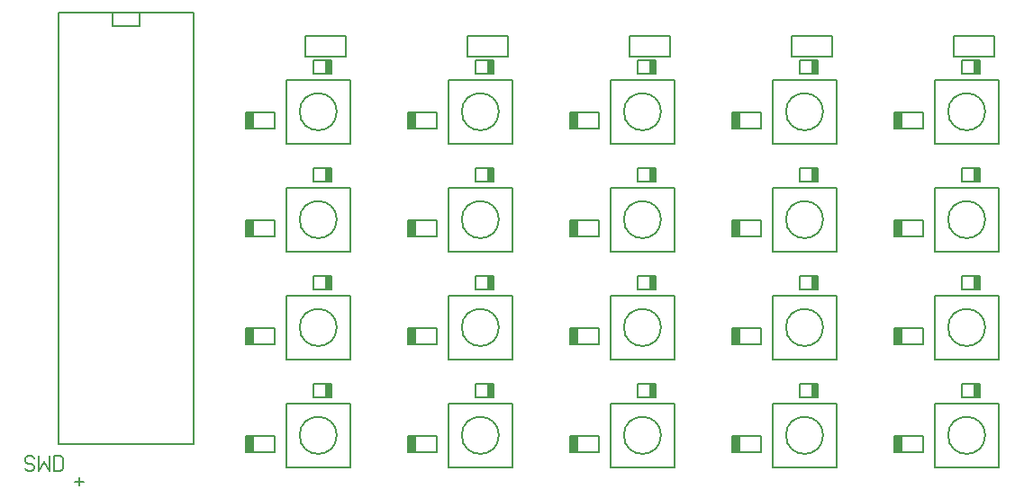
<source format=gto>
%FSLAX34Y34*%
%MOMM*%
%LNSILK_TOP*%
G71*
G01*
%ADD10C, 0.18*%
%ADD11C, 0.05*%
%ADD12C, 0.10*%
%ADD13C, 0.18*%
%LPD*%
G54D10*
X258000Y845125D02*
X318000Y845125D01*
X318000Y905125D01*
X258000Y905125D01*
X258000Y845125D01*
G54D10*
G75*
G01X305450Y875100D02*
G03X305450Y875100I-17450J0D01*
G01*
G54D10*
X219900Y874174D02*
X219900Y859074D01*
X246900Y859074D01*
X246900Y874174D01*
X219900Y874174D01*
G36*
X219900Y874174D02*
X219900Y859074D01*
X227000Y859074D01*
X227000Y874174D01*
X219900Y874174D01*
G37*
G54D11*
X219900Y874174D02*
X219900Y859074D01*
X227000Y859074D01*
X227000Y874174D01*
X219900Y874174D01*
G36*
X300121Y911225D02*
X300121Y923925D01*
X294521Y923925D01*
X294521Y911225D01*
X300121Y911225D01*
G37*
G54D12*
X300121Y911225D02*
X300121Y923925D01*
X294521Y923925D01*
X294521Y911225D01*
X300121Y911225D01*
G54D10*
X300121Y911225D02*
X300121Y923925D01*
X283421Y923925D01*
X283421Y911225D01*
X300121Y911225D01*
G54D10*
X258000Y743525D02*
X318000Y743525D01*
X318000Y803525D01*
X258000Y803525D01*
X258000Y743525D01*
G54D10*
G75*
G01X305450Y773525D02*
G03X305450Y773525I-17450J0D01*
G01*
G54D10*
X219900Y772574D02*
X219900Y757474D01*
X246900Y757474D01*
X246900Y772574D01*
X219900Y772574D01*
G36*
X219900Y772574D02*
X219900Y757474D01*
X227000Y757474D01*
X227000Y772574D01*
X219900Y772574D01*
G37*
G54D11*
X219900Y772574D02*
X219900Y757474D01*
X227000Y757474D01*
X227000Y772574D01*
X219900Y772574D01*
G36*
X300121Y809625D02*
X300121Y822325D01*
X294521Y822325D01*
X294521Y809625D01*
X300121Y809625D01*
G37*
G54D12*
X300121Y809625D02*
X300121Y822325D01*
X294521Y822325D01*
X294521Y809625D01*
X300121Y809625D01*
G54D10*
X300121Y809625D02*
X300121Y822325D01*
X283421Y822325D01*
X283421Y809625D01*
X300121Y809625D01*
G54D10*
X258000Y641925D02*
X318000Y641925D01*
X318000Y701925D01*
X258000Y701925D01*
X258000Y641925D01*
G54D10*
G75*
G01X305450Y671925D02*
G03X305450Y671925I-17450J0D01*
G01*
G54D10*
X219900Y670974D02*
X219900Y655874D01*
X246900Y655874D01*
X246900Y670974D01*
X219900Y670974D01*
G36*
X219900Y670974D02*
X219900Y655874D01*
X227000Y655874D01*
X227000Y670974D01*
X219900Y670974D01*
G37*
G54D11*
X219900Y670974D02*
X219900Y655874D01*
X227000Y655874D01*
X227000Y670974D01*
X219900Y670974D01*
G36*
X300121Y708025D02*
X300121Y720725D01*
X294521Y720725D01*
X294521Y708025D01*
X300121Y708025D01*
G37*
G54D12*
X300121Y708025D02*
X300121Y720725D01*
X294521Y720725D01*
X294521Y708025D01*
X300121Y708025D01*
G54D10*
X300121Y708025D02*
X300121Y720725D01*
X283421Y720725D01*
X283421Y708025D01*
X300121Y708025D01*
G54D10*
X258000Y540325D02*
X318000Y540325D01*
X318000Y600325D01*
X258000Y600325D01*
X258000Y540325D01*
G54D10*
G75*
G01X305450Y570325D02*
G03X305450Y570325I-17450J0D01*
G01*
G54D10*
X219900Y569374D02*
X219900Y554274D01*
X246900Y554274D01*
X246900Y569374D01*
X219900Y569374D01*
G36*
X219900Y569374D02*
X219900Y554274D01*
X227000Y554274D01*
X227000Y569374D01*
X219900Y569374D01*
G37*
G54D11*
X219900Y569374D02*
X219900Y554274D01*
X227000Y554274D01*
X227000Y569374D01*
X219900Y569374D01*
G36*
X300121Y606425D02*
X300121Y619125D01*
X294521Y619125D01*
X294521Y606425D01*
X300121Y606425D01*
G37*
G54D12*
X300121Y606425D02*
X300121Y619125D01*
X294521Y619125D01*
X294521Y606425D01*
X300121Y606425D01*
G54D10*
X300121Y606425D02*
X300121Y619125D01*
X283421Y619125D01*
X283421Y606425D01*
X300121Y606425D01*
G54D10*
X410400Y845125D02*
X470400Y845125D01*
X470400Y905125D01*
X410400Y905125D01*
X410400Y845125D01*
G54D10*
G75*
G01X457850Y875125D02*
G03X457850Y875125I-17450J0D01*
G01*
G54D10*
X372300Y874174D02*
X372300Y859074D01*
X399300Y859074D01*
X399300Y874174D01*
X372300Y874174D01*
G36*
X372300Y874174D02*
X372300Y859074D01*
X379400Y859074D01*
X379400Y874174D01*
X372300Y874174D01*
G37*
G54D11*
X372300Y874174D02*
X372300Y859074D01*
X379400Y859074D01*
X379400Y874174D01*
X372300Y874174D01*
G36*
X452521Y911225D02*
X452521Y923925D01*
X446921Y923925D01*
X446921Y911225D01*
X452521Y911225D01*
G37*
G54D12*
X452521Y911225D02*
X452521Y923925D01*
X446921Y923925D01*
X446921Y911225D01*
X452521Y911225D01*
G54D10*
X452521Y911225D02*
X452521Y923925D01*
X435821Y923925D01*
X435821Y911225D01*
X452521Y911225D01*
G54D10*
X410400Y743525D02*
X470400Y743525D01*
X470400Y803525D01*
X410400Y803525D01*
X410400Y743525D01*
G54D10*
G75*
G01X457850Y773525D02*
G03X457850Y773525I-17450J0D01*
G01*
G54D10*
X372300Y772574D02*
X372300Y757474D01*
X399300Y757474D01*
X399300Y772574D01*
X372300Y772574D01*
G36*
X372300Y772574D02*
X372300Y757474D01*
X379400Y757474D01*
X379400Y772574D01*
X372300Y772574D01*
G37*
G54D11*
X372300Y772574D02*
X372300Y757474D01*
X379400Y757474D01*
X379400Y772574D01*
X372300Y772574D01*
G36*
X452521Y809625D02*
X452521Y822325D01*
X446921Y822325D01*
X446921Y809625D01*
X452521Y809625D01*
G37*
G54D12*
X452521Y809625D02*
X452521Y822325D01*
X446921Y822325D01*
X446921Y809625D01*
X452521Y809625D01*
G54D10*
X452521Y809625D02*
X452521Y822325D01*
X435821Y822325D01*
X435821Y809625D01*
X452521Y809625D01*
G54D10*
X562800Y845125D02*
X622800Y845125D01*
X622800Y905125D01*
X562800Y905125D01*
X562800Y845125D01*
G54D10*
G75*
G01X610250Y875125D02*
G03X610250Y875125I-17450J0D01*
G01*
G54D10*
X524700Y874174D02*
X524700Y859074D01*
X551700Y859074D01*
X551700Y874174D01*
X524700Y874174D01*
G36*
X524700Y874174D02*
X524700Y859074D01*
X531800Y859074D01*
X531800Y874174D01*
X524700Y874174D01*
G37*
G54D11*
X524700Y874174D02*
X524700Y859074D01*
X531800Y859074D01*
X531800Y874174D01*
X524700Y874174D01*
G36*
X604921Y911225D02*
X604921Y923925D01*
X599321Y923925D01*
X599321Y911225D01*
X604921Y911225D01*
G37*
G54D12*
X604921Y911225D02*
X604921Y923925D01*
X599321Y923925D01*
X599321Y911225D01*
X604921Y911225D01*
G54D10*
X604921Y911225D02*
X604921Y923925D01*
X588221Y923925D01*
X588221Y911225D01*
X604921Y911225D01*
G54D10*
X562800Y743525D02*
X622800Y743525D01*
X622800Y803525D01*
X562800Y803525D01*
X562800Y743525D01*
G54D10*
G75*
G01X610250Y773525D02*
G03X610250Y773525I-17450J0D01*
G01*
G54D10*
X524700Y772574D02*
X524700Y757474D01*
X551700Y757474D01*
X551700Y772574D01*
X524700Y772574D01*
G36*
X524700Y772574D02*
X524700Y757474D01*
X531800Y757474D01*
X531800Y772574D01*
X524700Y772574D01*
G37*
G54D11*
X524700Y772574D02*
X524700Y757474D01*
X531800Y757474D01*
X531800Y772574D01*
X524700Y772574D01*
G36*
X604921Y809625D02*
X604921Y822325D01*
X599321Y822325D01*
X599321Y809625D01*
X604921Y809625D01*
G37*
G54D12*
X604921Y809625D02*
X604921Y822325D01*
X599321Y822325D01*
X599321Y809625D01*
X604921Y809625D01*
G54D10*
X604921Y809625D02*
X604921Y822325D01*
X588221Y822325D01*
X588221Y809625D01*
X604921Y809625D01*
G54D10*
X410400Y641925D02*
X470400Y641925D01*
X470400Y701925D01*
X410400Y701925D01*
X410400Y641925D01*
G54D10*
G75*
G01X457850Y671925D02*
G03X457850Y671925I-17450J0D01*
G01*
G54D10*
X372300Y670974D02*
X372300Y655874D01*
X399300Y655874D01*
X399300Y670974D01*
X372300Y670974D01*
G36*
X372300Y670974D02*
X372300Y655874D01*
X379400Y655874D01*
X379400Y670974D01*
X372300Y670974D01*
G37*
G54D11*
X372300Y670974D02*
X372300Y655874D01*
X379400Y655874D01*
X379400Y670974D01*
X372300Y670974D01*
G36*
X452521Y708025D02*
X452521Y720725D01*
X446921Y720725D01*
X446921Y708025D01*
X452521Y708025D01*
G37*
G54D12*
X452521Y708025D02*
X452521Y720725D01*
X446921Y720725D01*
X446921Y708025D01*
X452521Y708025D01*
G54D10*
X452521Y708025D02*
X452521Y720725D01*
X435821Y720725D01*
X435821Y708025D01*
X452521Y708025D01*
G54D10*
X410400Y540325D02*
X470400Y540325D01*
X470400Y600325D01*
X410400Y600325D01*
X410400Y540325D01*
G54D10*
G75*
G01X457850Y570325D02*
G03X457850Y570325I-17450J0D01*
G01*
G54D10*
X372300Y569374D02*
X372300Y554274D01*
X399300Y554274D01*
X399300Y569374D01*
X372300Y569374D01*
G36*
X372300Y569374D02*
X372300Y554274D01*
X379400Y554274D01*
X379400Y569374D01*
X372300Y569374D01*
G37*
G54D11*
X372300Y569374D02*
X372300Y554274D01*
X379400Y554274D01*
X379400Y569374D01*
X372300Y569374D01*
G36*
X452521Y606425D02*
X452521Y619125D01*
X446921Y619125D01*
X446921Y606425D01*
X452521Y606425D01*
G37*
G54D12*
X452521Y606425D02*
X452521Y619125D01*
X446921Y619125D01*
X446921Y606425D01*
X452521Y606425D01*
G54D10*
X452521Y606425D02*
X452521Y619125D01*
X435821Y619125D01*
X435821Y606425D01*
X452521Y606425D01*
G54D10*
X562800Y641925D02*
X622800Y641925D01*
X622800Y701925D01*
X562800Y701925D01*
X562800Y641925D01*
G54D10*
G75*
G01X610250Y671925D02*
G03X610250Y671925I-17450J0D01*
G01*
G54D10*
X524700Y670974D02*
X524700Y655874D01*
X551700Y655874D01*
X551700Y670974D01*
X524700Y670974D01*
G36*
X524700Y670974D02*
X524700Y655874D01*
X531800Y655874D01*
X531800Y670974D01*
X524700Y670974D01*
G37*
G54D11*
X524700Y670974D02*
X524700Y655874D01*
X531800Y655874D01*
X531800Y670974D01*
X524700Y670974D01*
G36*
X604921Y708025D02*
X604921Y720725D01*
X599321Y720725D01*
X599321Y708025D01*
X604921Y708025D01*
G37*
G54D12*
X604921Y708025D02*
X604921Y720725D01*
X599321Y720725D01*
X599321Y708025D01*
X604921Y708025D01*
G54D10*
X604921Y708025D02*
X604921Y720725D01*
X588221Y720725D01*
X588221Y708025D01*
X604921Y708025D01*
G54D10*
X562800Y540325D02*
X622800Y540325D01*
X622800Y600325D01*
X562800Y600325D01*
X562800Y540325D01*
G54D10*
G75*
G01X610250Y570325D02*
G03X610250Y570325I-17450J0D01*
G01*
G54D10*
X524700Y569374D02*
X524700Y554274D01*
X551700Y554274D01*
X551700Y569374D01*
X524700Y569374D01*
G36*
X524700Y569374D02*
X524700Y554274D01*
X531800Y554274D01*
X531800Y569374D01*
X524700Y569374D01*
G37*
G54D11*
X524700Y569374D02*
X524700Y554274D01*
X531800Y554274D01*
X531800Y569374D01*
X524700Y569374D01*
G36*
X604921Y606425D02*
X604921Y619125D01*
X599321Y619125D01*
X599321Y606425D01*
X604921Y606425D01*
G37*
G54D12*
X604921Y606425D02*
X604921Y619125D01*
X599321Y619125D01*
X599321Y606425D01*
X604921Y606425D01*
G54D10*
X604921Y606425D02*
X604921Y619125D01*
X588221Y619125D01*
X588221Y606425D01*
X604921Y606425D01*
G54D10*
X276300Y926625D02*
X276300Y946625D01*
X314300Y946625D01*
X314300Y926625D01*
X276300Y926625D01*
G54D10*
X428700Y926625D02*
X428700Y946625D01*
X466700Y946625D01*
X466700Y926625D01*
X428700Y926625D01*
G54D10*
X581100Y926625D02*
X581100Y946625D01*
X619100Y946625D01*
X619100Y926625D01*
X581100Y926625D01*
G54D10*
X715200Y845125D02*
X775200Y845125D01*
X775200Y905125D01*
X715200Y905125D01*
X715200Y845125D01*
G54D10*
G75*
G01X762650Y875125D02*
G03X762650Y875125I-17450J0D01*
G01*
G54D10*
X677100Y874174D02*
X677100Y859074D01*
X704100Y859074D01*
X704100Y874174D01*
X677100Y874174D01*
G36*
X677100Y874174D02*
X677100Y859074D01*
X684200Y859074D01*
X684200Y874174D01*
X677100Y874174D01*
G37*
G54D11*
X677100Y874174D02*
X677100Y859074D01*
X684200Y859074D01*
X684200Y874174D01*
X677100Y874174D01*
G36*
X757321Y911225D02*
X757321Y923925D01*
X751721Y923925D01*
X751721Y911225D01*
X757321Y911225D01*
G37*
G54D12*
X757321Y911225D02*
X757321Y923925D01*
X751721Y923925D01*
X751721Y911225D01*
X757321Y911225D01*
G54D10*
X757321Y911225D02*
X757321Y923925D01*
X740621Y923925D01*
X740621Y911225D01*
X757321Y911225D01*
G54D10*
X715200Y743525D02*
X775200Y743525D01*
X775200Y803525D01*
X715200Y803525D01*
X715200Y743525D01*
G54D10*
G75*
G01X762650Y773525D02*
G03X762650Y773525I-17450J0D01*
G01*
G54D10*
X677100Y772574D02*
X677100Y757474D01*
X704100Y757474D01*
X704100Y772574D01*
X677100Y772574D01*
G36*
X677100Y772574D02*
X677100Y757474D01*
X684200Y757474D01*
X684200Y772574D01*
X677100Y772574D01*
G37*
G54D11*
X677100Y772574D02*
X677100Y757474D01*
X684200Y757474D01*
X684200Y772574D01*
X677100Y772574D01*
G36*
X757321Y809625D02*
X757321Y822325D01*
X751721Y822325D01*
X751721Y809625D01*
X757321Y809625D01*
G37*
G54D12*
X757321Y809625D02*
X757321Y822325D01*
X751721Y822325D01*
X751721Y809625D01*
X757321Y809625D01*
G54D10*
X757321Y809625D02*
X757321Y822325D01*
X740621Y822325D01*
X740621Y809625D01*
X757321Y809625D01*
G54D10*
X867600Y845125D02*
X927600Y845125D01*
X927600Y905125D01*
X867600Y905125D01*
X867600Y845125D01*
G54D10*
G75*
G01X915050Y875125D02*
G03X915050Y875125I-17450J0D01*
G01*
G54D10*
X829500Y874174D02*
X829500Y859074D01*
X856500Y859074D01*
X856500Y874174D01*
X829500Y874174D01*
G36*
X829500Y874174D02*
X829500Y859074D01*
X836600Y859074D01*
X836600Y874174D01*
X829500Y874174D01*
G37*
G54D11*
X829500Y874174D02*
X829500Y859074D01*
X836600Y859074D01*
X836600Y874174D01*
X829500Y874174D01*
G36*
X909721Y911225D02*
X909721Y923925D01*
X904121Y923925D01*
X904121Y911225D01*
X909721Y911225D01*
G37*
G54D12*
X909721Y911225D02*
X909721Y923925D01*
X904121Y923925D01*
X904121Y911225D01*
X909721Y911225D01*
G54D10*
X909721Y911225D02*
X909721Y923925D01*
X893021Y923925D01*
X893021Y911225D01*
X909721Y911225D01*
G54D10*
X867600Y743525D02*
X927600Y743525D01*
X927600Y803525D01*
X867600Y803525D01*
X867600Y743525D01*
G54D10*
G75*
G01X915050Y773525D02*
G03X915050Y773525I-17450J0D01*
G01*
G54D10*
X829500Y772574D02*
X829500Y757474D01*
X856500Y757474D01*
X856500Y772574D01*
X829500Y772574D01*
G36*
X829500Y772574D02*
X829500Y757474D01*
X836600Y757474D01*
X836600Y772574D01*
X829500Y772574D01*
G37*
G54D11*
X829500Y772574D02*
X829500Y757474D01*
X836600Y757474D01*
X836600Y772574D01*
X829500Y772574D01*
G36*
X909721Y809625D02*
X909721Y822325D01*
X904121Y822325D01*
X904121Y809625D01*
X909721Y809625D01*
G37*
G54D12*
X909721Y809625D02*
X909721Y822325D01*
X904121Y822325D01*
X904121Y809625D01*
X909721Y809625D01*
G54D10*
X909721Y809625D02*
X909721Y822325D01*
X893021Y822325D01*
X893021Y809625D01*
X909721Y809625D01*
G54D10*
X715200Y641925D02*
X775200Y641925D01*
X775200Y701925D01*
X715200Y701925D01*
X715200Y641925D01*
G54D10*
G75*
G01X762650Y671925D02*
G03X762650Y671925I-17450J0D01*
G01*
G54D10*
X677100Y670974D02*
X677100Y655874D01*
X704100Y655874D01*
X704100Y670974D01*
X677100Y670974D01*
G36*
X677100Y670974D02*
X677100Y655874D01*
X684200Y655874D01*
X684200Y670974D01*
X677100Y670974D01*
G37*
G54D11*
X677100Y670974D02*
X677100Y655874D01*
X684200Y655874D01*
X684200Y670974D01*
X677100Y670974D01*
G36*
X757321Y708025D02*
X757321Y720725D01*
X751721Y720725D01*
X751721Y708025D01*
X757321Y708025D01*
G37*
G54D12*
X757321Y708025D02*
X757321Y720725D01*
X751721Y720725D01*
X751721Y708025D01*
X757321Y708025D01*
G54D10*
X757321Y708025D02*
X757321Y720725D01*
X740621Y720725D01*
X740621Y708025D01*
X757321Y708025D01*
G54D10*
X715200Y540325D02*
X775200Y540325D01*
X775200Y600325D01*
X715200Y600325D01*
X715200Y540325D01*
G54D10*
G75*
G01X762650Y570325D02*
G03X762650Y570325I-17450J0D01*
G01*
G54D10*
X677100Y569374D02*
X677100Y554274D01*
X704100Y554274D01*
X704100Y569374D01*
X677100Y569374D01*
G36*
X677100Y569374D02*
X677100Y554274D01*
X684200Y554274D01*
X684200Y569374D01*
X677100Y569374D01*
G37*
G54D11*
X677100Y569374D02*
X677100Y554274D01*
X684200Y554274D01*
X684200Y569374D01*
X677100Y569374D01*
G36*
X757321Y606425D02*
X757321Y619125D01*
X751721Y619125D01*
X751721Y606425D01*
X757321Y606425D01*
G37*
G54D12*
X757321Y606425D02*
X757321Y619125D01*
X751721Y619125D01*
X751721Y606425D01*
X757321Y606425D01*
G54D10*
X757321Y606425D02*
X757321Y619125D01*
X740621Y619125D01*
X740621Y606425D01*
X757321Y606425D01*
G54D10*
X867600Y641925D02*
X927600Y641925D01*
X927600Y701925D01*
X867600Y701925D01*
X867600Y641925D01*
G54D10*
G75*
G01X915050Y671925D02*
G03X915050Y671925I-17450J0D01*
G01*
G54D10*
X829500Y670974D02*
X829500Y655874D01*
X856500Y655874D01*
X856500Y670974D01*
X829500Y670974D01*
G36*
X829500Y670974D02*
X829500Y655874D01*
X836600Y655874D01*
X836600Y670974D01*
X829500Y670974D01*
G37*
G54D11*
X829500Y670974D02*
X829500Y655874D01*
X836600Y655874D01*
X836600Y670974D01*
X829500Y670974D01*
G36*
X909721Y708025D02*
X909721Y720725D01*
X904121Y720725D01*
X904121Y708025D01*
X909721Y708025D01*
G37*
G54D12*
X909721Y708025D02*
X909721Y720725D01*
X904121Y720725D01*
X904121Y708025D01*
X909721Y708025D01*
G54D10*
X909721Y708025D02*
X909721Y720725D01*
X893021Y720725D01*
X893021Y708025D01*
X909721Y708025D01*
G54D10*
X867600Y540325D02*
X927600Y540325D01*
X927600Y600325D01*
X867600Y600325D01*
X867600Y540325D01*
G54D10*
G75*
G01X915050Y570325D02*
G03X915050Y570325I-17450J0D01*
G01*
G54D10*
X829500Y569374D02*
X829500Y554274D01*
X856500Y554274D01*
X856500Y569374D01*
X829500Y569374D01*
G36*
X829500Y569374D02*
X829500Y554274D01*
X836600Y554274D01*
X836600Y569374D01*
X829500Y569374D01*
G37*
G54D11*
X829500Y569374D02*
X829500Y554274D01*
X836600Y554274D01*
X836600Y569374D01*
X829500Y569374D01*
G36*
X909721Y606425D02*
X909721Y619125D01*
X904121Y619125D01*
X904121Y606425D01*
X909721Y606425D01*
G37*
G54D12*
X909721Y606425D02*
X909721Y619125D01*
X904121Y619125D01*
X904121Y606425D01*
X909721Y606425D01*
G54D10*
X909721Y606425D02*
X909721Y619125D01*
X893021Y619125D01*
X893021Y606425D01*
X909721Y606425D01*
G54D10*
X733500Y926625D02*
X733500Y946625D01*
X771500Y946625D01*
X771500Y926625D01*
X733500Y926625D01*
G54D10*
X885900Y926625D02*
X885900Y946625D01*
X923900Y946625D01*
X923900Y926625D01*
X885900Y926625D01*
G54D10*
X170508Y968642D02*
X43508Y968642D01*
X43508Y562242D01*
X170508Y562242D01*
X170508Y968642D01*
G54D10*
X119708Y968642D02*
X94308Y968642D01*
X94308Y955942D01*
X119708Y955942D01*
X119708Y968642D01*
G54D13*
X12700Y539242D02*
X13767Y537464D01*
X15900Y536575D01*
X18033Y536575D01*
X20167Y537464D01*
X21233Y539242D01*
X21233Y541019D01*
X20167Y542797D01*
X18033Y543686D01*
X15900Y543686D01*
X13767Y544575D01*
X12700Y546353D01*
X12700Y548131D01*
X13767Y549908D01*
X15900Y550797D01*
X18033Y550797D01*
X20167Y549908D01*
X21233Y548131D01*
G54D13*
X25144Y550797D02*
X25144Y536575D01*
X30477Y545464D01*
X35811Y536575D01*
X35811Y550797D01*
G54D13*
X39722Y536575D02*
X39722Y550797D01*
X45055Y550797D01*
X47189Y549908D01*
X48255Y548131D01*
X48255Y539242D01*
X47189Y537464D01*
X45055Y536575D01*
X39722Y536575D01*
G54D13*
X58957Y526922D02*
X67490Y526922D01*
G54D13*
X63224Y530477D02*
X63224Y523366D01*
M02*

</source>
